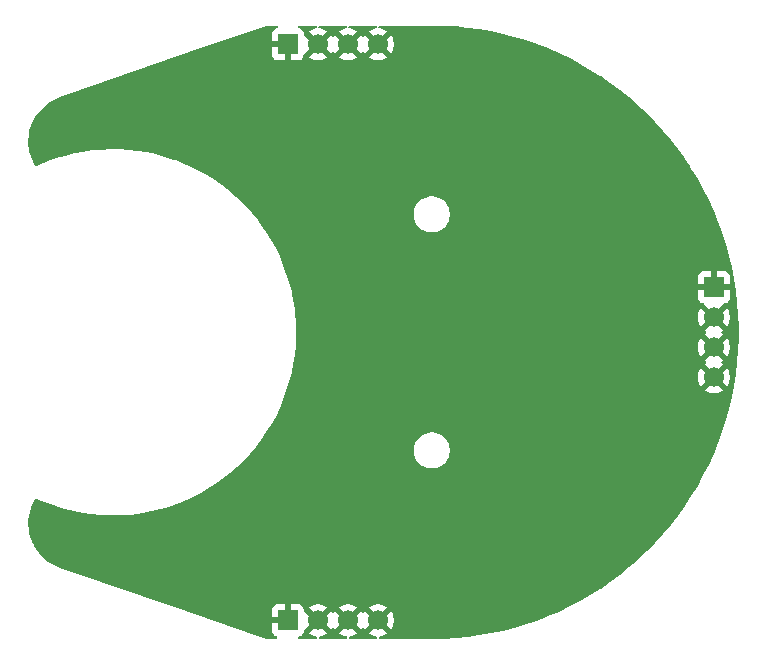
<source format=gbr>
G04 #@! TF.GenerationSoftware,KiCad,Pcbnew,9.0.2*
G04 #@! TF.CreationDate,2025-08-20T20:19:21-04:00*
G04 #@! TF.ProjectId,Trackball,54726163-6b62-4616-9c6c-2e6b69636164,rev?*
G04 #@! TF.SameCoordinates,Original*
G04 #@! TF.FileFunction,Copper,L2,Bot*
G04 #@! TF.FilePolarity,Positive*
%FSLAX46Y46*%
G04 Gerber Fmt 4.6, Leading zero omitted, Abs format (unit mm)*
G04 Created by KiCad (PCBNEW 9.0.2) date 2025-08-20 20:19:21*
%MOMM*%
%LPD*%
G01*
G04 APERTURE LIST*
G04 #@! TA.AperFunction,ComponentPad*
%ADD10R,1.700000X1.700000*%
G04 #@! TD*
G04 #@! TA.AperFunction,ComponentPad*
%ADD11C,1.700000*%
G04 #@! TD*
G04 APERTURE END LIST*
D10*
X52208000Y-77216000D03*
D11*
X54748000Y-77216000D03*
X57288000Y-77216000D03*
X59828000Y-77216000D03*
D10*
X52208000Y-125984000D03*
D11*
X54748000Y-125984000D03*
X57288000Y-125984000D03*
X59828000Y-125984000D03*
D10*
X88276000Y-97790000D03*
D11*
X88276000Y-100330000D03*
X88276000Y-102870000D03*
X88276000Y-105410000D03*
G04 #@! TA.AperFunction,Conductor*
G36*
X51300807Y-75645185D02*
G01*
X51346562Y-75697989D01*
X51356506Y-75767147D01*
X51327481Y-75830703D01*
X51268703Y-75868477D01*
X51258157Y-75870574D01*
X51258168Y-75870620D01*
X51250620Y-75872403D01*
X51115913Y-75922645D01*
X51115906Y-75922649D01*
X51000812Y-76008809D01*
X51000809Y-76008812D01*
X50914649Y-76123906D01*
X50914645Y-76123913D01*
X50864403Y-76258620D01*
X50864401Y-76258627D01*
X50858000Y-76318155D01*
X50858000Y-76966000D01*
X51774988Y-76966000D01*
X51742075Y-77023007D01*
X51708000Y-77150174D01*
X51708000Y-77281826D01*
X51742075Y-77408993D01*
X51774988Y-77466000D01*
X50858000Y-77466000D01*
X50858000Y-78113844D01*
X50864401Y-78173372D01*
X50864403Y-78173379D01*
X50914645Y-78308086D01*
X50914649Y-78308093D01*
X51000809Y-78423187D01*
X51000812Y-78423190D01*
X51115906Y-78509350D01*
X51115913Y-78509354D01*
X51250620Y-78559596D01*
X51250627Y-78559598D01*
X51310155Y-78565999D01*
X51310172Y-78566000D01*
X51958000Y-78566000D01*
X51958000Y-77649012D01*
X52015007Y-77681925D01*
X52142174Y-77716000D01*
X52273826Y-77716000D01*
X52400993Y-77681925D01*
X52458000Y-77649012D01*
X52458000Y-78566000D01*
X53105828Y-78566000D01*
X53105844Y-78565999D01*
X53165372Y-78559598D01*
X53165379Y-78559596D01*
X53300086Y-78509354D01*
X53300093Y-78509350D01*
X53415187Y-78423190D01*
X53415190Y-78423187D01*
X53501350Y-78308093D01*
X53501354Y-78308086D01*
X53523529Y-78248632D01*
X53562319Y-78075390D01*
X53562682Y-78074734D01*
X53562642Y-78073984D01*
X53595642Y-78014802D01*
X54265037Y-77345408D01*
X54282075Y-77408993D01*
X54347901Y-77523007D01*
X54440993Y-77616099D01*
X54555007Y-77681925D01*
X54618590Y-77698962D01*
X53986282Y-78331269D01*
X53986282Y-78331270D01*
X54040449Y-78370624D01*
X54229782Y-78467095D01*
X54431870Y-78532757D01*
X54641754Y-78566000D01*
X54854246Y-78566000D01*
X55064127Y-78532757D01*
X55064130Y-78532757D01*
X55266217Y-78467095D01*
X55455554Y-78370622D01*
X55509716Y-78331270D01*
X55509717Y-78331270D01*
X54877408Y-77698962D01*
X54940993Y-77681925D01*
X55055007Y-77616099D01*
X55148099Y-77523007D01*
X55213925Y-77408993D01*
X55230962Y-77345408D01*
X55863270Y-77977717D01*
X55863270Y-77977716D01*
X55902622Y-77923554D01*
X55907514Y-77913954D01*
X55955488Y-77863157D01*
X56023308Y-77846361D01*
X56089444Y-77868897D01*
X56128486Y-77913954D01*
X56133375Y-77923550D01*
X56172728Y-77977716D01*
X56805037Y-77345408D01*
X56822075Y-77408993D01*
X56887901Y-77523007D01*
X56980993Y-77616099D01*
X57095007Y-77681925D01*
X57158590Y-77698962D01*
X56526282Y-78331269D01*
X56526282Y-78331270D01*
X56580449Y-78370624D01*
X56769782Y-78467095D01*
X56971870Y-78532757D01*
X57181754Y-78566000D01*
X57394246Y-78566000D01*
X57604127Y-78532757D01*
X57604130Y-78532757D01*
X57806217Y-78467095D01*
X57995554Y-78370622D01*
X58049716Y-78331270D01*
X58049717Y-78331270D01*
X57417408Y-77698962D01*
X57480993Y-77681925D01*
X57595007Y-77616099D01*
X57688099Y-77523007D01*
X57753925Y-77408993D01*
X57770962Y-77345409D01*
X58403270Y-77977717D01*
X58403270Y-77977716D01*
X58442622Y-77923554D01*
X58447514Y-77913954D01*
X58495488Y-77863157D01*
X58563308Y-77846361D01*
X58629444Y-77868897D01*
X58668486Y-77913954D01*
X58673375Y-77923550D01*
X58712728Y-77977716D01*
X59345037Y-77345408D01*
X59362075Y-77408993D01*
X59427901Y-77523007D01*
X59520993Y-77616099D01*
X59635007Y-77681925D01*
X59698590Y-77698962D01*
X59066282Y-78331269D01*
X59066282Y-78331270D01*
X59120449Y-78370624D01*
X59309782Y-78467095D01*
X59511870Y-78532757D01*
X59721754Y-78566000D01*
X59934246Y-78566000D01*
X60144127Y-78532757D01*
X60144130Y-78532757D01*
X60346217Y-78467095D01*
X60535554Y-78370622D01*
X60589716Y-78331270D01*
X60589717Y-78331270D01*
X59957408Y-77698962D01*
X60020993Y-77681925D01*
X60135007Y-77616099D01*
X60228099Y-77523007D01*
X60293925Y-77408993D01*
X60310962Y-77345408D01*
X60943270Y-77977717D01*
X60943270Y-77977716D01*
X60982622Y-77923554D01*
X61079095Y-77734217D01*
X61144757Y-77532130D01*
X61144757Y-77532127D01*
X61178000Y-77322246D01*
X61178000Y-77109753D01*
X61144757Y-76899872D01*
X61144757Y-76899869D01*
X61079095Y-76697782D01*
X60982624Y-76508449D01*
X60943270Y-76454282D01*
X60943269Y-76454282D01*
X60310962Y-77086590D01*
X60293925Y-77023007D01*
X60228099Y-76908993D01*
X60135007Y-76815901D01*
X60020993Y-76750075D01*
X59957409Y-76733037D01*
X60589716Y-76100728D01*
X60535550Y-76061375D01*
X60346217Y-75964904D01*
X60144129Y-75899242D01*
X59971958Y-75871973D01*
X59908823Y-75842044D01*
X59871892Y-75782732D01*
X59872890Y-75712870D01*
X59911500Y-75654637D01*
X59975463Y-75626523D01*
X59991356Y-75625500D01*
X64398781Y-75625500D01*
X64401185Y-75625523D01*
X64428543Y-75626053D01*
X65404810Y-75644988D01*
X65409553Y-75645172D01*
X66410413Y-75703466D01*
X66415197Y-75703837D01*
X67413085Y-75800899D01*
X67417852Y-75801457D01*
X68411182Y-75937134D01*
X68415896Y-75937872D01*
X69403249Y-76111968D01*
X69407953Y-76112892D01*
X70387808Y-76325142D01*
X70392425Y-76326236D01*
X71363338Y-76576327D01*
X71367904Y-76577598D01*
X72328447Y-76865165D01*
X72332941Y-76866607D01*
X73281508Y-77191169D01*
X73286027Y-77192813D01*
X74221311Y-77553918D01*
X74225763Y-77555737D01*
X75146317Y-77952825D01*
X75150695Y-77954815D01*
X76055184Y-78387311D01*
X76059481Y-78389470D01*
X76247567Y-78488543D01*
X76946480Y-78856692D01*
X76950669Y-78859003D01*
X77818948Y-79360303D01*
X77823034Y-79362770D01*
X78671204Y-79897350D01*
X78675163Y-79899953D01*
X79501985Y-80467033D01*
X79505887Y-80469822D01*
X80310063Y-81068509D01*
X80313864Y-81071455D01*
X81094211Y-81700866D01*
X81097895Y-81703957D01*
X81853282Y-82363181D01*
X81856807Y-82366380D01*
X82168084Y-82660055D01*
X82586045Y-83054381D01*
X82589478Y-83057748D01*
X83291485Y-83773502D01*
X83294785Y-83777000D01*
X83968488Y-84519412D01*
X83971651Y-84523035D01*
X84616093Y-85291052D01*
X84619112Y-85294795D01*
X85233290Y-86087222D01*
X85236161Y-86091080D01*
X85473597Y-86423271D01*
X85721090Y-86769533D01*
X85819111Y-86906671D01*
X85821827Y-86910630D01*
X86225061Y-87523718D01*
X86372752Y-87748271D01*
X86375316Y-87752339D01*
X86615373Y-88150112D01*
X86893342Y-88610703D01*
X86895738Y-88614854D01*
X87164958Y-89102770D01*
X87380086Y-89492653D01*
X87382327Y-89496908D01*
X87832261Y-90392799D01*
X87834336Y-90397137D01*
X88249207Y-91309833D01*
X88251112Y-91314249D01*
X88630281Y-92242346D01*
X88632013Y-92246832D01*
X88795890Y-92697081D01*
X88931605Y-93069955D01*
X88974898Y-93188900D01*
X88976455Y-93193451D01*
X89282568Y-94148152D01*
X89283947Y-94152759D01*
X89552797Y-95118563D01*
X89553997Y-95123220D01*
X89785203Y-96098759D01*
X89786221Y-96103459D01*
X89979425Y-97087217D01*
X89980260Y-97091953D01*
X90135172Y-98082456D01*
X90135823Y-98087220D01*
X90252214Y-99083009D01*
X90252679Y-99087796D01*
X90330367Y-100087309D01*
X90330647Y-100092110D01*
X90369523Y-101093923D01*
X90369616Y-101098731D01*
X90369616Y-102101268D01*
X90369523Y-102106076D01*
X90330647Y-103107889D01*
X90330367Y-103112690D01*
X90252679Y-104112203D01*
X90252214Y-104116990D01*
X90135823Y-105112779D01*
X90135172Y-105117543D01*
X89980260Y-106108046D01*
X89979425Y-106112782D01*
X89786221Y-107096540D01*
X89785203Y-107101240D01*
X89553997Y-108076779D01*
X89552797Y-108081436D01*
X89283947Y-109047240D01*
X89282568Y-109051847D01*
X88976455Y-110006548D01*
X88974898Y-110011099D01*
X88632013Y-110953167D01*
X88630281Y-110957653D01*
X88251112Y-111885750D01*
X88249207Y-111890166D01*
X87834336Y-112802862D01*
X87832261Y-112807200D01*
X87382327Y-113703091D01*
X87380086Y-113707346D01*
X86895746Y-114585131D01*
X86893342Y-114589296D01*
X86375316Y-115447660D01*
X86372752Y-115451728D01*
X85821832Y-116289362D01*
X85819111Y-116293328D01*
X85236161Y-117108919D01*
X85233290Y-117112777D01*
X84619112Y-117905204D01*
X84616093Y-117908947D01*
X83971651Y-118676964D01*
X83968488Y-118680587D01*
X83294785Y-119422999D01*
X83291485Y-119426497D01*
X82589478Y-120142251D01*
X82586045Y-120145618D01*
X81856825Y-120833602D01*
X81853264Y-120836834D01*
X81097895Y-121496042D01*
X81094211Y-121499133D01*
X80313864Y-122128544D01*
X80310063Y-122131490D01*
X79505898Y-122730169D01*
X79501985Y-122732966D01*
X78675192Y-123300026D01*
X78671174Y-123302668D01*
X77823049Y-123837220D01*
X77818932Y-123839705D01*
X76950680Y-124340990D01*
X76946469Y-124343313D01*
X76059481Y-124810529D01*
X76055184Y-124812688D01*
X75150695Y-125245184D01*
X75146317Y-125247174D01*
X74225763Y-125644262D01*
X74221311Y-125646081D01*
X73286027Y-126007186D01*
X73281508Y-126008830D01*
X72332984Y-126333378D01*
X72328405Y-126334847D01*
X71367937Y-126622392D01*
X71363304Y-126623681D01*
X70392456Y-126873755D01*
X70387776Y-126874864D01*
X69407960Y-127087105D01*
X69403241Y-127088032D01*
X68415915Y-127262124D01*
X68411164Y-127262867D01*
X67417857Y-127398541D01*
X67413081Y-127399100D01*
X66415203Y-127496161D01*
X66410408Y-127496533D01*
X65409585Y-127554825D01*
X65404780Y-127555012D01*
X64401214Y-127574476D01*
X64398720Y-127574499D01*
X60011254Y-127571334D01*
X59944228Y-127551601D01*
X59898512Y-127498764D01*
X59888618Y-127429598D01*
X59917689Y-127366064D01*
X59976494Y-127328332D01*
X59991945Y-127324861D01*
X60144127Y-127300757D01*
X60144130Y-127300757D01*
X60346217Y-127235095D01*
X60535554Y-127138622D01*
X60589716Y-127099270D01*
X60589717Y-127099270D01*
X59957408Y-126466962D01*
X60020993Y-126449925D01*
X60135007Y-126384099D01*
X60228099Y-126291007D01*
X60293925Y-126176993D01*
X60310962Y-126113408D01*
X60943270Y-126745717D01*
X60943270Y-126745716D01*
X60982622Y-126691554D01*
X61079095Y-126502217D01*
X61144757Y-126300130D01*
X61144757Y-126300127D01*
X61178000Y-126090246D01*
X61178000Y-125877753D01*
X61144757Y-125667872D01*
X61144757Y-125667869D01*
X61079095Y-125465782D01*
X60982624Y-125276449D01*
X60943270Y-125222282D01*
X60943269Y-125222282D01*
X60310962Y-125854590D01*
X60293925Y-125791007D01*
X60228099Y-125676993D01*
X60135007Y-125583901D01*
X60020993Y-125518075D01*
X59957409Y-125501037D01*
X60589716Y-124868728D01*
X60535550Y-124829375D01*
X60346217Y-124732904D01*
X60144129Y-124667242D01*
X59934246Y-124634000D01*
X59721754Y-124634000D01*
X59511872Y-124667242D01*
X59511869Y-124667242D01*
X59309782Y-124732904D01*
X59120439Y-124829380D01*
X59066282Y-124868727D01*
X59066282Y-124868728D01*
X59698591Y-125501037D01*
X59635007Y-125518075D01*
X59520993Y-125583901D01*
X59427901Y-125676993D01*
X59362075Y-125791007D01*
X59345037Y-125854591D01*
X58712728Y-125222282D01*
X58712727Y-125222282D01*
X58673380Y-125276440D01*
X58668483Y-125286051D01*
X58620506Y-125336845D01*
X58552684Y-125353638D01*
X58486550Y-125331098D01*
X58447516Y-125286048D01*
X58442626Y-125276452D01*
X58403270Y-125222282D01*
X58403269Y-125222282D01*
X57770962Y-125854590D01*
X57753925Y-125791007D01*
X57688099Y-125676993D01*
X57595007Y-125583901D01*
X57480993Y-125518075D01*
X57417409Y-125501037D01*
X58049716Y-124868728D01*
X57995550Y-124829375D01*
X57806217Y-124732904D01*
X57604129Y-124667242D01*
X57394246Y-124634000D01*
X57181754Y-124634000D01*
X56971872Y-124667242D01*
X56971869Y-124667242D01*
X56769782Y-124732904D01*
X56580439Y-124829380D01*
X56526282Y-124868727D01*
X56526282Y-124868728D01*
X57158591Y-125501037D01*
X57095007Y-125518075D01*
X56980993Y-125583901D01*
X56887901Y-125676993D01*
X56822075Y-125791007D01*
X56805037Y-125854591D01*
X56172728Y-125222282D01*
X56172727Y-125222282D01*
X56133380Y-125276440D01*
X56128483Y-125286051D01*
X56080506Y-125336845D01*
X56012684Y-125353638D01*
X55946550Y-125331098D01*
X55907516Y-125286048D01*
X55902626Y-125276452D01*
X55863270Y-125222282D01*
X55863269Y-125222282D01*
X55230962Y-125854590D01*
X55213925Y-125791007D01*
X55148099Y-125676993D01*
X55055007Y-125583901D01*
X54940993Y-125518075D01*
X54877409Y-125501037D01*
X55509716Y-124868728D01*
X55455550Y-124829375D01*
X55266217Y-124732904D01*
X55064129Y-124667242D01*
X54854246Y-124634000D01*
X54641754Y-124634000D01*
X54431872Y-124667242D01*
X54431869Y-124667242D01*
X54229782Y-124732904D01*
X54040439Y-124829380D01*
X53986282Y-124868727D01*
X53986282Y-124868728D01*
X54618591Y-125501037D01*
X54555007Y-125518075D01*
X54440993Y-125583901D01*
X54347901Y-125676993D01*
X54282075Y-125791007D01*
X54265037Y-125854591D01*
X53595642Y-125185196D01*
X53562319Y-125124609D01*
X53523527Y-124951364D01*
X53501354Y-124891913D01*
X53501350Y-124891906D01*
X53415190Y-124776812D01*
X53415187Y-124776809D01*
X53300093Y-124690649D01*
X53300086Y-124690645D01*
X53165379Y-124640403D01*
X53165372Y-124640401D01*
X53105844Y-124634000D01*
X52458000Y-124634000D01*
X52458000Y-125550988D01*
X52400993Y-125518075D01*
X52273826Y-125484000D01*
X52142174Y-125484000D01*
X52015007Y-125518075D01*
X51958000Y-125550988D01*
X51958000Y-124634000D01*
X51310155Y-124634000D01*
X51250627Y-124640401D01*
X51250620Y-124640403D01*
X51115913Y-124690645D01*
X51115906Y-124690649D01*
X51000812Y-124776809D01*
X51000809Y-124776812D01*
X50914649Y-124891906D01*
X50914645Y-124891913D01*
X50864403Y-125026620D01*
X50864401Y-125026627D01*
X50858000Y-125086155D01*
X50858000Y-125734000D01*
X51774988Y-125734000D01*
X51742075Y-125791007D01*
X51708000Y-125918174D01*
X51708000Y-126049826D01*
X51742075Y-126176993D01*
X51774988Y-126234000D01*
X50858000Y-126234000D01*
X50858000Y-126881844D01*
X50864401Y-126941372D01*
X50864403Y-126941379D01*
X50914645Y-127076086D01*
X50914649Y-127076093D01*
X51000809Y-127191187D01*
X51000812Y-127191190D01*
X51115906Y-127277350D01*
X51115913Y-127277354D01*
X51243109Y-127324795D01*
X51299043Y-127366666D01*
X51323460Y-127432130D01*
X51308609Y-127500403D01*
X51259203Y-127549809D01*
X51199686Y-127564977D01*
X50428059Y-127564420D01*
X50387697Y-127557636D01*
X43556316Y-125200067D01*
X32908760Y-121525503D01*
X32903352Y-121523495D01*
X32567870Y-121389951D01*
X32557363Y-121385191D01*
X32238310Y-121222361D01*
X32228289Y-121216644D01*
X31925759Y-121024875D01*
X31916314Y-121018253D01*
X31632914Y-120799200D01*
X31624125Y-120791729D01*
X31362296Y-120547279D01*
X31354240Y-120539023D01*
X31116273Y-120271313D01*
X31109019Y-120262344D01*
X30896951Y-119973670D01*
X30890565Y-119964072D01*
X30706234Y-119656927D01*
X30700774Y-119646788D01*
X30545782Y-119323840D01*
X30541289Y-119313240D01*
X30416984Y-118977298D01*
X30413489Y-118966308D01*
X30320941Y-118620274D01*
X30318482Y-118609004D01*
X30258489Y-118255857D01*
X30257089Y-118244406D01*
X30230175Y-117887237D01*
X30229844Y-117875707D01*
X30233059Y-117695574D01*
X30236237Y-117517551D01*
X30236976Y-117506078D01*
X30276626Y-117150054D01*
X30278435Y-117138668D01*
X30284589Y-117108919D01*
X30350993Y-116787893D01*
X30353845Y-116776746D01*
X30458695Y-116434203D01*
X30462569Y-116423373D01*
X30599789Y-116089641D01*
X30602092Y-116084392D01*
X30602525Y-116083464D01*
X30602528Y-116083457D01*
X30622903Y-116039797D01*
X30759643Y-115746782D01*
X30805829Y-115694360D01*
X30873028Y-115675227D01*
X30924879Y-115687060D01*
X31141764Y-115789305D01*
X31862857Y-116085922D01*
X32597947Y-116345920D01*
X33345175Y-116568643D01*
X34102654Y-116753527D01*
X34102664Y-116753529D01*
X34527499Y-116834843D01*
X34868468Y-116900105D01*
X35640681Y-117008007D01*
X36417342Y-117076959D01*
X37196486Y-117106788D01*
X37976145Y-117097417D01*
X38754348Y-117048871D01*
X39529127Y-116961273D01*
X40298524Y-116834843D01*
X41060594Y-116669902D01*
X41813410Y-116466866D01*
X42555070Y-116226248D01*
X43283698Y-115948657D01*
X43997454Y-115634795D01*
X44694532Y-115285455D01*
X45116288Y-115046849D01*
X45373134Y-114901541D01*
X45373148Y-114901532D01*
X45373170Y-114901520D01*
X46031653Y-114483961D01*
X46668317Y-114033832D01*
X47281551Y-113552273D01*
X47869806Y-113040500D01*
X48431596Y-112499806D01*
X48965498Y-111931560D01*
X49245858Y-111601371D01*
X49348963Y-111479941D01*
X62874500Y-111479941D01*
X62874500Y-111720058D01*
X62912063Y-111957222D01*
X62986265Y-112185593D01*
X63081070Y-112371656D01*
X63095276Y-112399536D01*
X63236414Y-112593796D01*
X63406204Y-112763586D01*
X63600464Y-112904724D01*
X63701543Y-112956226D01*
X63814406Y-113013734D01*
X63814408Y-113013734D01*
X63814411Y-113013736D01*
X64042778Y-113087937D01*
X64279941Y-113125500D01*
X64279942Y-113125500D01*
X64520058Y-113125500D01*
X64520059Y-113125500D01*
X64757222Y-113087937D01*
X64985589Y-113013736D01*
X65199536Y-112904724D01*
X65393796Y-112763586D01*
X65563586Y-112593796D01*
X65704724Y-112399536D01*
X65813736Y-112185589D01*
X65887937Y-111957222D01*
X65925500Y-111720059D01*
X65925500Y-111479941D01*
X65887937Y-111242778D01*
X65813736Y-111014411D01*
X65813734Y-111014408D01*
X65813734Y-111014406D01*
X65704723Y-110800463D01*
X65563586Y-110606204D01*
X65393796Y-110436414D01*
X65199536Y-110295276D01*
X64985593Y-110186265D01*
X64757222Y-110112063D01*
X64520059Y-110074500D01*
X64279941Y-110074500D01*
X64161359Y-110093281D01*
X64042777Y-110112063D01*
X63814406Y-110186265D01*
X63600463Y-110295276D01*
X63406201Y-110436416D01*
X63236416Y-110606201D01*
X63095276Y-110800463D01*
X62986265Y-111014406D01*
X62912063Y-111242777D01*
X62874500Y-111479941D01*
X49348963Y-111479941D01*
X49421246Y-111394811D01*
X49470158Y-111337205D01*
X49470165Y-111337197D01*
X49944320Y-110718219D01*
X50386764Y-110076192D01*
X50796380Y-109412738D01*
X51172132Y-108729535D01*
X51513069Y-108028309D01*
X51818331Y-107310833D01*
X52087145Y-106578921D01*
X52318832Y-105834423D01*
X52512806Y-105079221D01*
X52668577Y-104315224D01*
X52785751Y-103544363D01*
X52864032Y-102768588D01*
X52864471Y-102759860D01*
X52864835Y-102752645D01*
X52864835Y-102752644D01*
X52903222Y-101989871D01*
X52903222Y-101210129D01*
X52864032Y-100431411D01*
X52864030Y-100431384D01*
X52843843Y-100231330D01*
X52785754Y-99655664D01*
X52785751Y-99655638D01*
X52774686Y-99582842D01*
X52668577Y-98884776D01*
X52547308Y-98290000D01*
X52512811Y-98120803D01*
X52512810Y-98120799D01*
X52512806Y-98120779D01*
X52318832Y-97365577D01*
X52171503Y-96892155D01*
X86926000Y-96892155D01*
X86926000Y-97540000D01*
X87842988Y-97540000D01*
X87810075Y-97597007D01*
X87776000Y-97724174D01*
X87776000Y-97855826D01*
X87810075Y-97982993D01*
X87842988Y-98040000D01*
X86926000Y-98040000D01*
X86926000Y-98687844D01*
X86932401Y-98747372D01*
X86932403Y-98747379D01*
X86982645Y-98882086D01*
X86982649Y-98882093D01*
X87068809Y-98997187D01*
X87068812Y-98997190D01*
X87183906Y-99083350D01*
X87183913Y-99083354D01*
X87318620Y-99133596D01*
X87318619Y-99133596D01*
X87401444Y-99142501D01*
X87401116Y-99145550D01*
X87418014Y-99144642D01*
X87477196Y-99177642D01*
X88146591Y-99847037D01*
X88083007Y-99864075D01*
X87968993Y-99929901D01*
X87875901Y-100022993D01*
X87810075Y-100137007D01*
X87793037Y-100200591D01*
X87160728Y-99568282D01*
X87160727Y-99568282D01*
X87121380Y-99622439D01*
X87024904Y-99811782D01*
X86959242Y-100013869D01*
X86959242Y-100013872D01*
X86926000Y-100223753D01*
X86926000Y-100436246D01*
X86959242Y-100646127D01*
X86959242Y-100646130D01*
X87024904Y-100848217D01*
X87121375Y-101037550D01*
X87160728Y-101091716D01*
X87793037Y-100459408D01*
X87810075Y-100522993D01*
X87875901Y-100637007D01*
X87968993Y-100730099D01*
X88083007Y-100795925D01*
X88146591Y-100812962D01*
X87545971Y-101413581D01*
X87624711Y-101530895D01*
X87625920Y-101534729D01*
X87628844Y-101537491D01*
X87636343Y-101567778D01*
X87645727Y-101597529D01*
X87644671Y-101601408D01*
X87645638Y-101605312D01*
X87635573Y-101634844D01*
X87627383Y-101664947D01*
X87624397Y-101667640D01*
X87623100Y-101671447D01*
X87578051Y-101710483D01*
X87568440Y-101715380D01*
X87514282Y-101754727D01*
X87514282Y-101754728D01*
X88146591Y-102387037D01*
X88083007Y-102404075D01*
X87968993Y-102469901D01*
X87875901Y-102562993D01*
X87810075Y-102677007D01*
X87793037Y-102740591D01*
X87160728Y-102108282D01*
X87160727Y-102108282D01*
X87121380Y-102162439D01*
X87024904Y-102351782D01*
X86959242Y-102553869D01*
X86959242Y-102553872D01*
X86926000Y-102763753D01*
X86926000Y-102976246D01*
X86959242Y-103186127D01*
X86959242Y-103186130D01*
X87024904Y-103388217D01*
X87121375Y-103577550D01*
X87160728Y-103631716D01*
X87793037Y-102999408D01*
X87810075Y-103062993D01*
X87875901Y-103177007D01*
X87968993Y-103270099D01*
X88083007Y-103335925D01*
X88146591Y-103352962D01*
X87545971Y-103953581D01*
X87624711Y-104070895D01*
X87625920Y-104074729D01*
X87628844Y-104077491D01*
X87636343Y-104107778D01*
X87645727Y-104137529D01*
X87644671Y-104141408D01*
X87645638Y-104145312D01*
X87635573Y-104174844D01*
X87627383Y-104204947D01*
X87624397Y-104207640D01*
X87623100Y-104211447D01*
X87578051Y-104250483D01*
X87568440Y-104255380D01*
X87514282Y-104294727D01*
X87514282Y-104294728D01*
X88146591Y-104927037D01*
X88083007Y-104944075D01*
X87968993Y-105009901D01*
X87875901Y-105102993D01*
X87810075Y-105217007D01*
X87793037Y-105280591D01*
X87160728Y-104648282D01*
X87160727Y-104648282D01*
X87121380Y-104702439D01*
X87024904Y-104891782D01*
X86959242Y-105093869D01*
X86959242Y-105093872D01*
X86926000Y-105303753D01*
X86926000Y-105516246D01*
X86959242Y-105726127D01*
X86959242Y-105726130D01*
X87024904Y-105928217D01*
X87121375Y-106117550D01*
X87160728Y-106171716D01*
X87793037Y-105539408D01*
X87810075Y-105602993D01*
X87875901Y-105717007D01*
X87968993Y-105810099D01*
X88083007Y-105875925D01*
X88146590Y-105892962D01*
X87514282Y-106525269D01*
X87514282Y-106525270D01*
X87568449Y-106564624D01*
X87757782Y-106661095D01*
X87959870Y-106726757D01*
X88169754Y-106760000D01*
X88382246Y-106760000D01*
X88592127Y-106726757D01*
X88592130Y-106726757D01*
X88794217Y-106661095D01*
X88983554Y-106564622D01*
X89037716Y-106525270D01*
X89037717Y-106525270D01*
X88405408Y-105892962D01*
X88468993Y-105875925D01*
X88583007Y-105810099D01*
X88676099Y-105717007D01*
X88741925Y-105602993D01*
X88758962Y-105539408D01*
X89391270Y-106171717D01*
X89391270Y-106171716D01*
X89430622Y-106117554D01*
X89527095Y-105928217D01*
X89592757Y-105726130D01*
X89592757Y-105726127D01*
X89626000Y-105516246D01*
X89626000Y-105303753D01*
X89592757Y-105093872D01*
X89592757Y-105093869D01*
X89527095Y-104891782D01*
X89430624Y-104702449D01*
X89391270Y-104648282D01*
X89391269Y-104648282D01*
X88758962Y-105280590D01*
X88741925Y-105217007D01*
X88676099Y-105102993D01*
X88583007Y-105009901D01*
X88468993Y-104944075D01*
X88405409Y-104927037D01*
X89037716Y-104294728D01*
X88983550Y-104255375D01*
X88973954Y-104250486D01*
X88923157Y-104202512D01*
X88906361Y-104134692D01*
X88928897Y-104068556D01*
X88973954Y-104029514D01*
X88983554Y-104024622D01*
X89037716Y-103985270D01*
X89037717Y-103985270D01*
X88405408Y-103352962D01*
X88468993Y-103335925D01*
X88583007Y-103270099D01*
X88676099Y-103177007D01*
X88741925Y-103062993D01*
X88758962Y-102999408D01*
X89391270Y-103631717D01*
X89391270Y-103631716D01*
X89430622Y-103577554D01*
X89527095Y-103388217D01*
X89592757Y-103186130D01*
X89592757Y-103186127D01*
X89626000Y-102976246D01*
X89626000Y-102763753D01*
X89592757Y-102553872D01*
X89592757Y-102553869D01*
X89527095Y-102351782D01*
X89430624Y-102162449D01*
X89391270Y-102108282D01*
X89391269Y-102108282D01*
X88758962Y-102740590D01*
X88741925Y-102677007D01*
X88676099Y-102562993D01*
X88583007Y-102469901D01*
X88468993Y-102404075D01*
X88405409Y-102387037D01*
X89037716Y-101754728D01*
X88983550Y-101715375D01*
X88973954Y-101710486D01*
X88923157Y-101662512D01*
X88906361Y-101594692D01*
X88928897Y-101528556D01*
X88973954Y-101489514D01*
X88983554Y-101484622D01*
X89037716Y-101445270D01*
X89037717Y-101445270D01*
X88405408Y-100812962D01*
X88468993Y-100795925D01*
X88583007Y-100730099D01*
X88676099Y-100637007D01*
X88741925Y-100522993D01*
X88758962Y-100459408D01*
X89391270Y-101091717D01*
X89391270Y-101091716D01*
X89430622Y-101037554D01*
X89527095Y-100848217D01*
X89592757Y-100646130D01*
X89592757Y-100646127D01*
X89626000Y-100436246D01*
X89626000Y-100223753D01*
X89592757Y-100013872D01*
X89592757Y-100013869D01*
X89527095Y-99811782D01*
X89430624Y-99622449D01*
X89391270Y-99568282D01*
X89391269Y-99568282D01*
X88758962Y-100200590D01*
X88741925Y-100137007D01*
X88676099Y-100022993D01*
X88583007Y-99929901D01*
X88468993Y-99864075D01*
X88405409Y-99847037D01*
X89074802Y-99177642D01*
X89136125Y-99144157D01*
X89150833Y-99145078D01*
X89150556Y-99142501D01*
X89233375Y-99133598D01*
X89368086Y-99083354D01*
X89368093Y-99083350D01*
X89483187Y-98997190D01*
X89483190Y-98997187D01*
X89569350Y-98882093D01*
X89569354Y-98882086D01*
X89619596Y-98747379D01*
X89619598Y-98747372D01*
X89625999Y-98687844D01*
X89626000Y-98687827D01*
X89626000Y-98040000D01*
X88709012Y-98040000D01*
X88741925Y-97982993D01*
X88776000Y-97855826D01*
X88776000Y-97724174D01*
X88741925Y-97597007D01*
X88709012Y-97540000D01*
X89626000Y-97540000D01*
X89626000Y-96892172D01*
X89625999Y-96892155D01*
X89619598Y-96832627D01*
X89619596Y-96832620D01*
X89569354Y-96697913D01*
X89569350Y-96697906D01*
X89483190Y-96582812D01*
X89483187Y-96582809D01*
X89368093Y-96496649D01*
X89368086Y-96496645D01*
X89233379Y-96446403D01*
X89233372Y-96446401D01*
X89173844Y-96440000D01*
X88526000Y-96440000D01*
X88526000Y-97356988D01*
X88468993Y-97324075D01*
X88341826Y-97290000D01*
X88210174Y-97290000D01*
X88083007Y-97324075D01*
X88026000Y-97356988D01*
X88026000Y-96440000D01*
X87378155Y-96440000D01*
X87318627Y-96446401D01*
X87318620Y-96446403D01*
X87183913Y-96496645D01*
X87183906Y-96496649D01*
X87068812Y-96582809D01*
X87068809Y-96582812D01*
X86982649Y-96697906D01*
X86982645Y-96697913D01*
X86932403Y-96832620D01*
X86932401Y-96832627D01*
X86926000Y-96892155D01*
X52171503Y-96892155D01*
X52152976Y-96832620D01*
X52087147Y-96621085D01*
X52087145Y-96621079D01*
X51818331Y-95889167D01*
X51513069Y-95171691D01*
X51172132Y-94470465D01*
X51172130Y-94470462D01*
X51172126Y-94470453D01*
X51172120Y-94470442D01*
X50796379Y-93787261D01*
X50386765Y-93123809D01*
X49944340Y-92481809D01*
X49944332Y-92481799D01*
X49944320Y-92481781D01*
X49470165Y-91862803D01*
X49470163Y-91862801D01*
X49470158Y-91862794D01*
X49209091Y-91555327D01*
X49145082Y-91479941D01*
X62874500Y-91479941D01*
X62874500Y-91484312D01*
X62874500Y-91720059D01*
X62910003Y-91944215D01*
X62912063Y-91957222D01*
X62986265Y-92185593D01*
X63095276Y-92399536D01*
X63236414Y-92593796D01*
X63406204Y-92763586D01*
X63600464Y-92904724D01*
X63701543Y-92956226D01*
X63814406Y-93013734D01*
X63814408Y-93013734D01*
X63814411Y-93013736D01*
X64042778Y-93087937D01*
X64279941Y-93125500D01*
X64279942Y-93125500D01*
X64520058Y-93125500D01*
X64520059Y-93125500D01*
X64757222Y-93087937D01*
X64985589Y-93013736D01*
X65199536Y-92904724D01*
X65393796Y-92763586D01*
X65563586Y-92593796D01*
X65704724Y-92399536D01*
X65813736Y-92185589D01*
X65887937Y-91957222D01*
X65925500Y-91720059D01*
X65925500Y-91479941D01*
X65887937Y-91242778D01*
X65813736Y-91014411D01*
X65813734Y-91014408D01*
X65813734Y-91014406D01*
X65719557Y-90829576D01*
X65704724Y-90800464D01*
X65563586Y-90606204D01*
X65393796Y-90436414D01*
X65199536Y-90295276D01*
X64985593Y-90186265D01*
X64757222Y-90112063D01*
X64520059Y-90074500D01*
X64279941Y-90074500D01*
X64161359Y-90093281D01*
X64042777Y-90112063D01*
X63814406Y-90186265D01*
X63600463Y-90295276D01*
X63406201Y-90436416D01*
X63236416Y-90606201D01*
X63095276Y-90800463D01*
X62986265Y-91014406D01*
X62912063Y-91242777D01*
X62901095Y-91312026D01*
X62874500Y-91479941D01*
X49145082Y-91479941D01*
X48965507Y-91268450D01*
X48965498Y-91268440D01*
X48431596Y-90700194D01*
X47951099Y-90237740D01*
X47869817Y-90159510D01*
X47835949Y-90130045D01*
X47281551Y-89647727D01*
X47086749Y-89494753D01*
X46668324Y-89166173D01*
X46668314Y-89166166D01*
X46031656Y-88716041D01*
X46031644Y-88716033D01*
X45373198Y-88298497D01*
X45373134Y-88298458D01*
X44694539Y-87914549D01*
X44694514Y-87914535D01*
X43997453Y-87565204D01*
X43997434Y-87565196D01*
X43283705Y-87251345D01*
X42708373Y-87032157D01*
X42555070Y-86973752D01*
X42555063Y-86973749D01*
X42555048Y-86973744D01*
X41813409Y-86733133D01*
X41060600Y-86530099D01*
X41060597Y-86530098D01*
X40298532Y-86365158D01*
X39529131Y-86238727D01*
X39529121Y-86238726D01*
X38754344Y-86151128D01*
X37976150Y-86102583D01*
X37196484Y-86093211D01*
X36417369Y-86123039D01*
X36417333Y-86123041D01*
X35640680Y-86191993D01*
X35640663Y-86191995D01*
X34868463Y-86299895D01*
X34102664Y-86446470D01*
X33345176Y-86631356D01*
X32597933Y-86854084D01*
X31862867Y-87114074D01*
X31862850Y-87114080D01*
X31141763Y-87410695D01*
X30924879Y-87512937D01*
X30855846Y-87523718D01*
X30791944Y-87495465D01*
X30759638Y-87453213D01*
X30739796Y-87410695D01*
X30601376Y-87114078D01*
X30601385Y-87114073D01*
X30599034Y-87108743D01*
X30516757Y-86908644D01*
X30461743Y-86774851D01*
X30457872Y-86764030D01*
X30353041Y-86421592D01*
X30350186Y-86410437D01*
X30327313Y-86299895D01*
X30277623Y-86059751D01*
X30275818Y-86048387D01*
X30236149Y-85692478D01*
X30235407Y-85680975D01*
X30232210Y-85503028D01*
X30228974Y-85322926D01*
X30229302Y-85311431D01*
X30256162Y-84954313D01*
X30257561Y-84942875D01*
X30317478Y-84589815D01*
X30319926Y-84578583D01*
X30412390Y-84232600D01*
X30415882Y-84221613D01*
X30485621Y-84033015D01*
X30540081Y-83885736D01*
X30544564Y-83875153D01*
X30699438Y-83552246D01*
X30704891Y-83542113D01*
X30889101Y-83234983D01*
X30895458Y-83225422D01*
X31107414Y-82936719D01*
X31114620Y-82927804D01*
X31352472Y-82660049D01*
X31360514Y-82651804D01*
X31622185Y-82407331D01*
X31630943Y-82399879D01*
X31914234Y-82180742D01*
X31923631Y-82174149D01*
X32226025Y-81982298D01*
X32236019Y-81976591D01*
X32554937Y-81813658D01*
X32565426Y-81808902D01*
X32900717Y-81675259D01*
X32906025Y-81673284D01*
X32911262Y-81671474D01*
X32911265Y-81671474D01*
X32911265Y-81671473D01*
X45566803Y-77297440D01*
X50384603Y-75632302D01*
X50425109Y-75625500D01*
X51233768Y-75625500D01*
X51300807Y-75645185D01*
G37*
G04 #@! TD.AperFunction*
G04 #@! TA.AperFunction,Conductor*
G36*
X59362075Y-126176993D02*
G01*
X59427901Y-126291007D01*
X59520993Y-126384099D01*
X59635007Y-126449925D01*
X59698590Y-126466962D01*
X59066282Y-127099269D01*
X59066282Y-127099270D01*
X59120449Y-127138624D01*
X59309782Y-127235095D01*
X59511870Y-127300757D01*
X59662376Y-127324595D01*
X59725510Y-127354524D01*
X59762442Y-127413835D01*
X59761444Y-127483698D01*
X59722834Y-127541931D01*
X59658871Y-127570045D01*
X59642889Y-127571068D01*
X57482770Y-127569510D01*
X57415744Y-127549777D01*
X57370028Y-127496940D01*
X57360134Y-127427774D01*
X57389205Y-127364240D01*
X57448010Y-127326508D01*
X57463461Y-127323037D01*
X57604127Y-127300757D01*
X57604130Y-127300757D01*
X57806217Y-127235095D01*
X57995554Y-127138622D01*
X58049716Y-127099270D01*
X58049717Y-127099270D01*
X57417408Y-126466962D01*
X57480993Y-126449925D01*
X57595007Y-126384099D01*
X57688099Y-126291007D01*
X57753925Y-126176993D01*
X57770962Y-126113409D01*
X58403270Y-126745717D01*
X58403270Y-126745716D01*
X58442622Y-126691554D01*
X58447514Y-126681954D01*
X58495488Y-126631157D01*
X58563308Y-126614361D01*
X58629444Y-126636897D01*
X58668486Y-126681954D01*
X58673375Y-126691550D01*
X58712728Y-126745716D01*
X59345037Y-126113408D01*
X59362075Y-126176993D01*
G37*
G04 #@! TD.AperFunction*
G04 #@! TA.AperFunction,Conductor*
G36*
X56822075Y-126176993D02*
G01*
X56887901Y-126291007D01*
X56980993Y-126384099D01*
X57095007Y-126449925D01*
X57158590Y-126466962D01*
X56526282Y-127099269D01*
X56526282Y-127099270D01*
X56580449Y-127138624D01*
X56769782Y-127235095D01*
X56971869Y-127300757D01*
X56971874Y-127300758D01*
X57110753Y-127322754D01*
X57173888Y-127352683D01*
X57210820Y-127411994D01*
X57209822Y-127481857D01*
X57171213Y-127540090D01*
X57107249Y-127568204D01*
X57091267Y-127569227D01*
X54954287Y-127567686D01*
X54887261Y-127547953D01*
X54841545Y-127495116D01*
X54831651Y-127425950D01*
X54860722Y-127362416D01*
X54919527Y-127324684D01*
X54934978Y-127321213D01*
X55064127Y-127300757D01*
X55064130Y-127300757D01*
X55266217Y-127235095D01*
X55455554Y-127138622D01*
X55509716Y-127099270D01*
X55509717Y-127099270D01*
X54877408Y-126466962D01*
X54940993Y-126449925D01*
X55055007Y-126384099D01*
X55148099Y-126291007D01*
X55213925Y-126176993D01*
X55230962Y-126113408D01*
X55863270Y-126745717D01*
X55863270Y-126745716D01*
X55902622Y-126691554D01*
X55907514Y-126681954D01*
X55955488Y-126631157D01*
X56023308Y-126614361D01*
X56089444Y-126636897D01*
X56128486Y-126681954D01*
X56133375Y-126691550D01*
X56172728Y-126745716D01*
X56805037Y-126113408D01*
X56822075Y-126176993D01*
G37*
G04 #@! TD.AperFunction*
G04 #@! TA.AperFunction,Conductor*
G36*
X54282075Y-126176993D02*
G01*
X54347901Y-126291007D01*
X54440993Y-126384099D01*
X54555007Y-126449925D01*
X54618590Y-126466962D01*
X53986282Y-127099269D01*
X53986282Y-127099270D01*
X54040449Y-127138624D01*
X54229782Y-127235095D01*
X54431870Y-127300757D01*
X54559133Y-127320914D01*
X54622268Y-127350843D01*
X54659199Y-127410155D01*
X54658201Y-127480017D01*
X54619591Y-127538250D01*
X54555628Y-127566364D01*
X54539646Y-127567387D01*
X53212241Y-127566429D01*
X53145215Y-127546696D01*
X53099498Y-127493859D01*
X53089605Y-127424693D01*
X53118676Y-127361159D01*
X53168997Y-127326247D01*
X53300086Y-127277354D01*
X53300093Y-127277350D01*
X53415187Y-127191190D01*
X53415190Y-127191187D01*
X53501350Y-127076093D01*
X53501354Y-127076086D01*
X53551598Y-126941375D01*
X53560501Y-126858556D01*
X53563550Y-126858883D01*
X53562642Y-126841984D01*
X53595642Y-126782802D01*
X54265037Y-126113408D01*
X54282075Y-126176993D01*
G37*
G04 #@! TD.AperFunction*
G04 #@! TA.AperFunction,Conductor*
G36*
X54651683Y-75645185D02*
G01*
X54697438Y-75697989D01*
X54707382Y-75767147D01*
X54678357Y-75830703D01*
X54619579Y-75868477D01*
X54604042Y-75871973D01*
X54431872Y-75899242D01*
X54431869Y-75899242D01*
X54229782Y-75964904D01*
X54040439Y-76061380D01*
X53986282Y-76100727D01*
X53986282Y-76100728D01*
X54618591Y-76733037D01*
X54555007Y-76750075D01*
X54440993Y-76815901D01*
X54347901Y-76908993D01*
X54282075Y-77023007D01*
X54265037Y-77086591D01*
X53595642Y-76417196D01*
X53562157Y-76355873D01*
X53563077Y-76341166D01*
X53560501Y-76341444D01*
X53551596Y-76258619D01*
X53501354Y-76123913D01*
X53501350Y-76123906D01*
X53415190Y-76008812D01*
X53415187Y-76008809D01*
X53300093Y-75922649D01*
X53300086Y-75922645D01*
X53165379Y-75872403D01*
X53157832Y-75870620D01*
X53158358Y-75868391D01*
X53104425Y-75846051D01*
X53064577Y-75788659D01*
X53062084Y-75718833D01*
X53097737Y-75658745D01*
X53160216Y-75627470D01*
X53182232Y-75625500D01*
X54584644Y-75625500D01*
X54651683Y-75645185D01*
G37*
G04 #@! TD.AperFunction*
G04 #@! TA.AperFunction,Conductor*
G36*
X57191683Y-75645185D02*
G01*
X57237438Y-75697989D01*
X57247382Y-75767147D01*
X57218357Y-75830703D01*
X57159579Y-75868477D01*
X57144042Y-75871973D01*
X56971872Y-75899242D01*
X56971869Y-75899242D01*
X56769782Y-75964904D01*
X56580439Y-76061380D01*
X56526282Y-76100727D01*
X56526282Y-76100728D01*
X57158591Y-76733037D01*
X57095007Y-76750075D01*
X56980993Y-76815901D01*
X56887901Y-76908993D01*
X56822075Y-77023007D01*
X56805037Y-77086591D01*
X56172728Y-76454282D01*
X56172727Y-76454282D01*
X56133380Y-76508440D01*
X56128483Y-76518051D01*
X56080506Y-76568845D01*
X56012684Y-76585638D01*
X55946550Y-76563098D01*
X55907516Y-76518048D01*
X55902626Y-76508452D01*
X55863270Y-76454282D01*
X55863269Y-76454282D01*
X55230962Y-77086590D01*
X55213925Y-77023007D01*
X55148099Y-76908993D01*
X55055007Y-76815901D01*
X54940993Y-76750075D01*
X54877409Y-76733037D01*
X55509716Y-76100728D01*
X55455550Y-76061375D01*
X55266217Y-75964904D01*
X55064129Y-75899242D01*
X54891958Y-75871973D01*
X54828823Y-75842044D01*
X54791892Y-75782732D01*
X54792890Y-75712870D01*
X54831500Y-75654637D01*
X54895463Y-75626523D01*
X54911356Y-75625500D01*
X57124644Y-75625500D01*
X57191683Y-75645185D01*
G37*
G04 #@! TD.AperFunction*
G04 #@! TA.AperFunction,Conductor*
G36*
X59731683Y-75645185D02*
G01*
X59777438Y-75697989D01*
X59787382Y-75767147D01*
X59758357Y-75830703D01*
X59699579Y-75868477D01*
X59684042Y-75871973D01*
X59511872Y-75899242D01*
X59511869Y-75899242D01*
X59309782Y-75964904D01*
X59120439Y-76061380D01*
X59066282Y-76100727D01*
X59066282Y-76100728D01*
X59698591Y-76733037D01*
X59635007Y-76750075D01*
X59520993Y-76815901D01*
X59427901Y-76908993D01*
X59362075Y-77023007D01*
X59345037Y-77086591D01*
X58712728Y-76454282D01*
X58712727Y-76454282D01*
X58673380Y-76508440D01*
X58668483Y-76518051D01*
X58620506Y-76568845D01*
X58552684Y-76585638D01*
X58486550Y-76563098D01*
X58447516Y-76518048D01*
X58442626Y-76508452D01*
X58403270Y-76454282D01*
X58403269Y-76454282D01*
X57770962Y-77086590D01*
X57753925Y-77023007D01*
X57688099Y-76908993D01*
X57595007Y-76815901D01*
X57480993Y-76750075D01*
X57417409Y-76733037D01*
X58049716Y-76100728D01*
X57995550Y-76061375D01*
X57806217Y-75964904D01*
X57604129Y-75899242D01*
X57431958Y-75871973D01*
X57368823Y-75842044D01*
X57331892Y-75782732D01*
X57332890Y-75712870D01*
X57371500Y-75654637D01*
X57435463Y-75626523D01*
X57451356Y-75625500D01*
X59664644Y-75625500D01*
X59731683Y-75645185D01*
G37*
G04 #@! TD.AperFunction*
M02*

</source>
